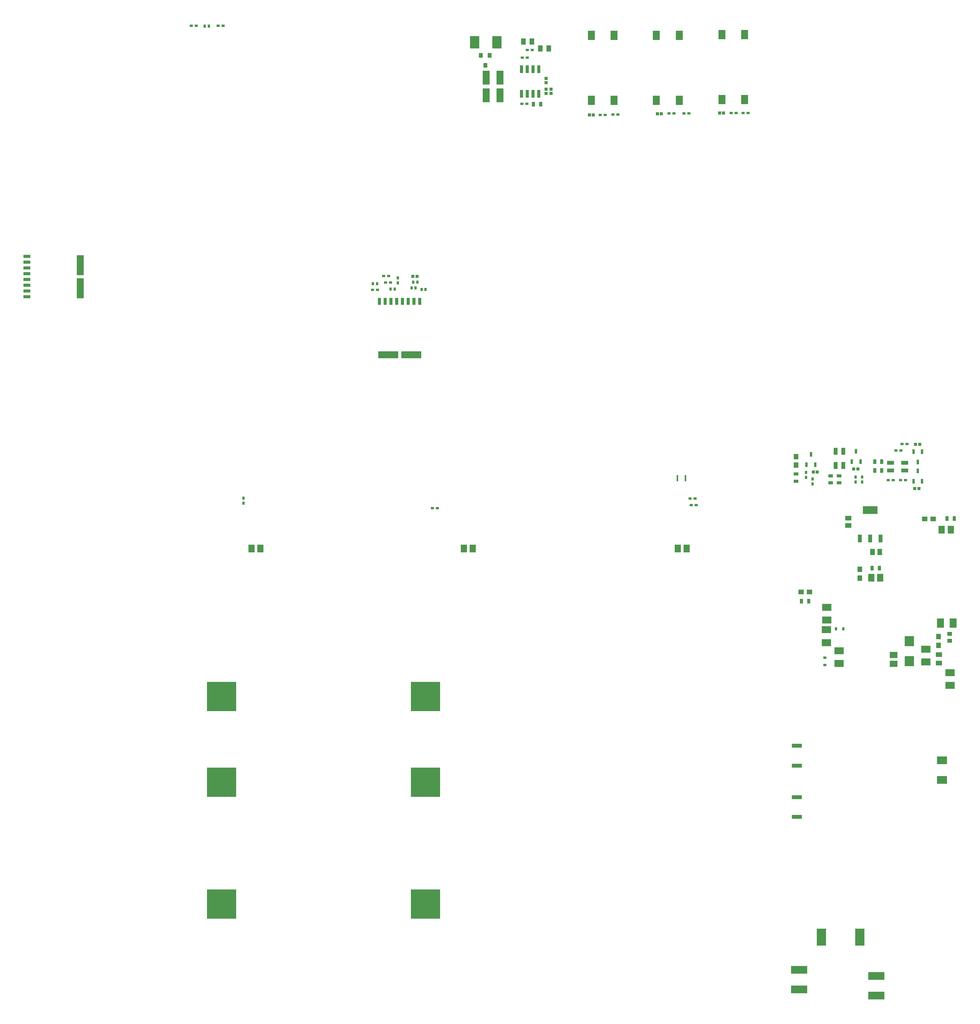
<source format=gtp>
G04*
G04 #@! TF.GenerationSoftware,Altium Limited,Altium Designer,20.2.4 (192)*
G04*
G04 Layer_Color=8421504*
%FSLAX24Y24*%
%MOIN*%
G70*
G04*
G04 #@! TF.SameCoordinates,B9BB7F2B-B7AC-4897-A438-396A0F5AD448*
G04*
G04*
G04 #@! TF.FilePolarity,Positive*
G04*
G01*
G75*
%ADD21R,0.0236X0.0252*%
%ADD22R,0.0138X0.0531*%
%ADD23R,0.0394X0.0315*%
%ADD24R,0.0591X0.0787*%
%ADD25R,0.0236X0.0394*%
%ADD26R,0.0236X0.0276*%
%ADD27R,0.0567X0.0654*%
%ADD28R,0.0472X0.0413*%
%ADD29R,0.0315X0.0394*%
%ADD30R,0.0413X0.0472*%
%ADD31R,0.0315X0.0236*%
%ADD32R,0.0846X0.0866*%
%ADD33R,0.0638X0.0811*%
%ADD34R,0.0394X0.0354*%
%ADD35R,0.0906X0.0689*%
%ADD36R,0.0811X0.0638*%
%ADD37R,0.0571X0.0394*%
%ADD38R,0.0787X0.1476*%
%ADD39R,0.0626X0.1748*%
%ADD40R,0.0626X0.0252*%
%ADD41R,0.0394X0.0571*%
%ADD42R,0.0276X0.0236*%
%ADD43R,0.0256X0.0252*%
%ADD44R,0.0252X0.0626*%
%ADD45R,0.1748X0.0626*%
%ADD46R,0.1260X0.0689*%
%ADD47R,0.0374X0.0689*%
%ADD48R,0.2559X0.2559*%
%ADD49R,0.0236X0.0315*%
%ADD50R,0.0252X0.0256*%
%ADD51R,0.0283X0.0701*%
%ADD52R,0.0591X0.0354*%
%ADD53R,0.0354X0.0591*%
%ADD54R,0.0579X0.0402*%
%ADD55R,0.0402X0.0579*%
%ADD56R,0.0654X0.0567*%
%ADD57R,0.0874X0.0323*%
%ADD58R,0.0638X0.1185*%
%ADD59R,0.0335X0.0433*%
%ADD60R,0.0846X0.1102*%
%ADD61R,0.1417X0.0709*%
D21*
X40430Y70744D02*
D03*
X40076D02*
D03*
X21260Y93583D02*
D03*
X21614D02*
D03*
X37402Y70787D02*
D03*
X37756D02*
D03*
X35866Y71260D02*
D03*
X36220D02*
D03*
X39567Y70866D02*
D03*
X39213D02*
D03*
X39724Y71385D02*
D03*
X39370D02*
D03*
D22*
X62293Y54395D02*
D03*
X62982D02*
D03*
D23*
X75591Y54596D02*
D03*
Y53967D02*
D03*
X76320Y54596D02*
D03*
Y53967D02*
D03*
X72598Y54124D02*
D03*
Y54754D02*
D03*
D24*
X56790Y92785D02*
D03*
Y87156D02*
D03*
X54821Y92785D02*
D03*
Y87156D02*
D03*
X62441Y92785D02*
D03*
Y87156D02*
D03*
X60472Y92785D02*
D03*
Y87156D02*
D03*
X68110Y92844D02*
D03*
Y87215D02*
D03*
X66142Y92844D02*
D03*
Y87215D02*
D03*
D25*
X73878Y56457D02*
D03*
X73504Y55551D02*
D03*
X74252D02*
D03*
X77806Y56713D02*
D03*
X77432Y55807D02*
D03*
X78180D02*
D03*
X83162Y55020D02*
D03*
X82788Y54114D02*
D03*
X83536D02*
D03*
X83162Y55787D02*
D03*
X83536Y56693D02*
D03*
X82788D02*
D03*
D26*
X74035Y53888D02*
D03*
Y54321D02*
D03*
X38031Y71328D02*
D03*
Y71762D02*
D03*
X77756Y54498D02*
D03*
Y54065D02*
D03*
X78337Y54478D02*
D03*
Y54045D02*
D03*
X73455Y54439D02*
D03*
Y54872D02*
D03*
X24616Y52224D02*
D03*
Y52657D02*
D03*
D27*
X85236Y49921D02*
D03*
X86016D02*
D03*
X79904Y45749D02*
D03*
X79124D02*
D03*
X43748Y48268D02*
D03*
X44528D02*
D03*
X63102Y48278D02*
D03*
X62323D02*
D03*
X26102Y48268D02*
D03*
X25323D02*
D03*
D28*
X84488Y50837D02*
D03*
X83740D02*
D03*
X73760Y44518D02*
D03*
X73012D02*
D03*
D29*
X85679Y50866D02*
D03*
X86309D02*
D03*
X79823Y46594D02*
D03*
X79193D02*
D03*
X50433Y86801D02*
D03*
X49803D02*
D03*
X79409Y55807D02*
D03*
X80039D02*
D03*
X79409Y55059D02*
D03*
X80039D02*
D03*
X73690Y43720D02*
D03*
X73060D02*
D03*
D30*
X78130Y45726D02*
D03*
Y46474D02*
D03*
X72598Y55502D02*
D03*
Y56250D02*
D03*
X84971Y39892D02*
D03*
Y40640D02*
D03*
D31*
X75079Y38183D02*
D03*
Y38813D02*
D03*
D32*
X82411Y40236D02*
D03*
Y38504D02*
D03*
D33*
X86230Y41821D02*
D03*
X85128D02*
D03*
D34*
X85925Y40896D02*
D03*
Y40266D02*
D03*
D35*
X85267Y29931D02*
D03*
Y28199D02*
D03*
D36*
X85965Y37530D02*
D03*
Y36427D02*
D03*
X75246Y43179D02*
D03*
Y42077D02*
D03*
X76319Y39419D02*
D03*
Y38317D02*
D03*
X83841Y39548D02*
D03*
Y38445D02*
D03*
X75235Y41234D02*
D03*
Y40132D02*
D03*
D37*
X84990Y38337D02*
D03*
Y39085D02*
D03*
D38*
X78130Y14577D02*
D03*
X74783D02*
D03*
D39*
X10470Y70846D02*
D03*
Y72854D02*
D03*
D40*
X5829Y73600D02*
D03*
Y73100D02*
D03*
Y72600D02*
D03*
Y72100D02*
D03*
Y71600D02*
D03*
Y71100D02*
D03*
Y70600D02*
D03*
Y70100D02*
D03*
D41*
X51122Y91644D02*
D03*
X50374D02*
D03*
X49665Y92234D02*
D03*
X48917D02*
D03*
D42*
X49705Y91526D02*
D03*
X49272D02*
D03*
X36791Y71929D02*
D03*
X37224D02*
D03*
X63474Y52047D02*
D03*
X63907D02*
D03*
X48799Y86841D02*
D03*
X49232D02*
D03*
X49272Y90856D02*
D03*
X48839D02*
D03*
X82096Y54222D02*
D03*
X81663D02*
D03*
X81781Y57342D02*
D03*
X82215D02*
D03*
X81250Y56772D02*
D03*
X81683D02*
D03*
X80600Y54213D02*
D03*
X81033D02*
D03*
X68424Y86064D02*
D03*
X67991D02*
D03*
X67382Y86043D02*
D03*
X66949D02*
D03*
X63278Y86004D02*
D03*
X62844D02*
D03*
X61998Y86004D02*
D03*
X61565D02*
D03*
X55591Y85886D02*
D03*
X56024D02*
D03*
X57126Y85906D02*
D03*
X56693D02*
D03*
X22854Y93622D02*
D03*
X22421D02*
D03*
X20532Y93622D02*
D03*
X20098D02*
D03*
X36949Y71359D02*
D03*
X37382D02*
D03*
X35807Y70709D02*
D03*
X36240D02*
D03*
X41457Y51791D02*
D03*
X41024D02*
D03*
X63406Y52600D02*
D03*
X63839D02*
D03*
D43*
X65945Y86053D02*
D03*
X66299D02*
D03*
X54646Y85876D02*
D03*
X55000D02*
D03*
X60541Y85974D02*
D03*
X60896D02*
D03*
X77953Y55177D02*
D03*
X77598D02*
D03*
X83248Y53494D02*
D03*
X82894D02*
D03*
X82953Y57308D02*
D03*
X83307D02*
D03*
X74439Y54910D02*
D03*
X74085D02*
D03*
X39685Y71890D02*
D03*
X39331D02*
D03*
D44*
X36439Y69722D02*
D03*
X36939D02*
D03*
X37439D02*
D03*
X37939D02*
D03*
X38439D02*
D03*
X38939D02*
D03*
X39439D02*
D03*
X39939D02*
D03*
D45*
X39193Y65081D02*
D03*
X37185D02*
D03*
D46*
X79028Y51614D02*
D03*
D47*
X79933Y49134D02*
D03*
X79028D02*
D03*
X78122D02*
D03*
D48*
X40433Y28032D02*
D03*
X22717D02*
D03*
Y35433D02*
D03*
X40433D02*
D03*
X22717Y17441D02*
D03*
X40433D02*
D03*
D49*
X76056Y41313D02*
D03*
X76686D02*
D03*
D50*
X51339Y88100D02*
D03*
Y87746D02*
D03*
X50906D02*
D03*
Y88100D02*
D03*
X50905Y88691D02*
D03*
Y89045D02*
D03*
D51*
X50257Y87719D02*
D03*
X49757D02*
D03*
X49257D02*
D03*
X48757D02*
D03*
Y89855D02*
D03*
X49257D02*
D03*
X49757D02*
D03*
X50257D02*
D03*
D52*
X80787Y55059D02*
D03*
Y55728D02*
D03*
X82008Y55059D02*
D03*
Y55728D02*
D03*
D53*
X76683Y55482D02*
D03*
X76014D02*
D03*
X76683Y56703D02*
D03*
X76014D02*
D03*
D54*
X77136Y50929D02*
D03*
Y50291D02*
D03*
D55*
X79856Y47972D02*
D03*
X79219D02*
D03*
D56*
X81061Y38276D02*
D03*
Y39055D02*
D03*
D57*
X72660Y31188D02*
D03*
Y29456D02*
D03*
Y26732D02*
D03*
Y25000D02*
D03*
D58*
X46906Y87589D02*
D03*
X45693D02*
D03*
X46906Y89124D02*
D03*
X45693D02*
D03*
D59*
X45984Y91063D02*
D03*
X45236D02*
D03*
X45610Y90197D02*
D03*
D60*
X46618Y92177D02*
D03*
X44685D02*
D03*
D61*
X79557Y11211D02*
D03*
Y9518D02*
D03*
X72861Y10059D02*
D03*
Y11752D02*
D03*
M02*

</source>
